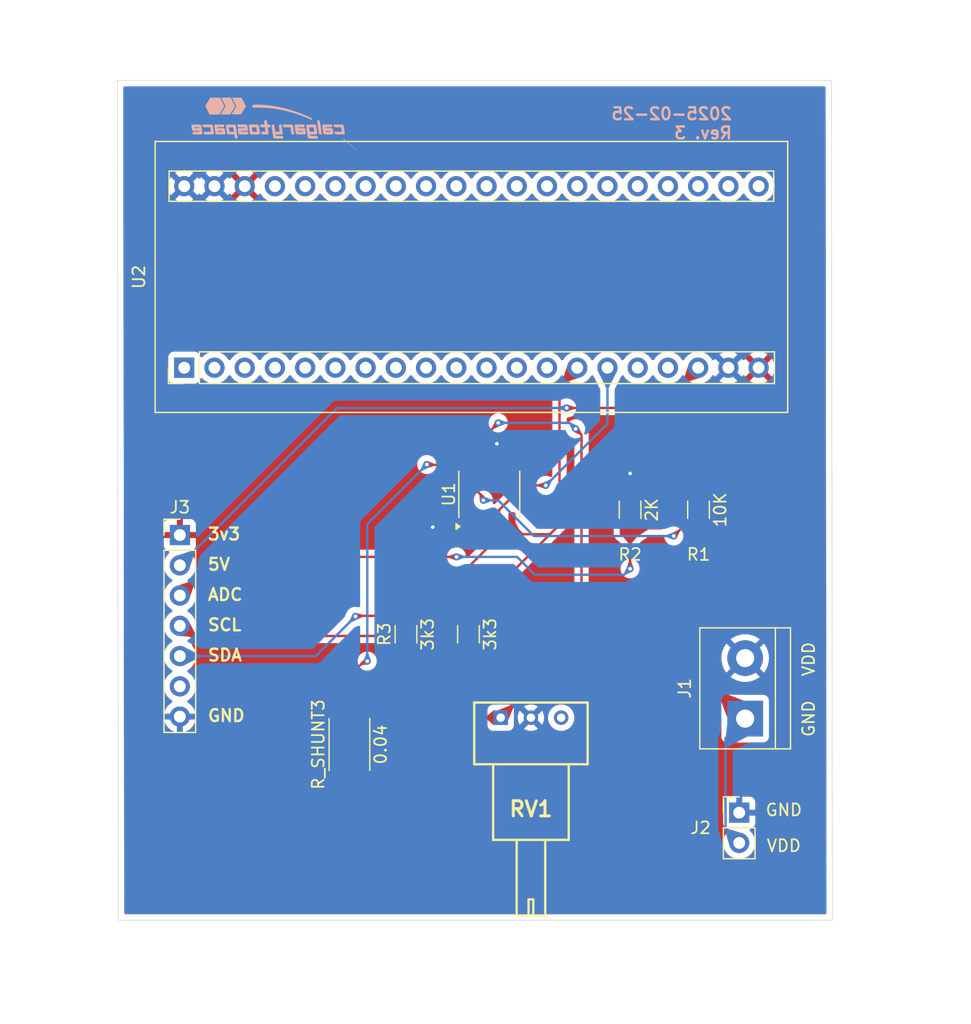
<source format=kicad_pcb>
(kicad_pcb (version 20240108) (generator "pcbnew") (generator_version "8.0")
  (layers (0 "F.Cu" signal) (31 "B.Cu" signal) (34 "B.Paste" user) (35 "F.Paste" user) (36 "B.SilkS" user "B.Silkscreen") (37 "F.SilkS" user "F.Silkscreen") (38 "B.Mask" user) (39 "F.Mask" user) (44 "Edge.Cuts" user))
  (net 0 "")
  (net 1 "GND")
  (net 2 "V_SOLAR_INPUT_POS")
  (net 3 "Net-(U1-IN-)")
  (net 4 "MCU_ADC_SENSE")
  (net 5 "MCU_I2C_SDA")
  (net 6 "MCU_I2C_SCL")
  (net 8 "+3V3")
  (net 9 "+5V")
  (footprint "Resistor_SMD:R_1206_3216Metric_Pad1.30x1.75mm_HandSolder" (layer "F.Cu") (at 121 102.5 90)
    (property "Reference" "R4" (hide yes))
    (property "Value" "3k3" (at 0 1.82 90) (layer "F.SilkS"))
    (pad "1" smd roundrect (at -1.55 0 90) (size 1.3 1.75) (layers "F.Cu" "F.Paste" "F.Mask") (roundrect_rratio 0.192308) (net 8 "+3V3"))
    (pad "2" smd roundrect (at 1.55 0 90) (size 1.3 1.75) (layers "F.Cu" "F.Paste" "F.Mask") (roundrect_rratio 0.192308) (net 6 "MCU_I2C_SCL"))
  )
  (footprint "Potentiometer_Custom:3310C101102L" (layer "F.Cu") (at 123.71 109.5)
    (property "Reference" "RV1" (at 2.54 7.67 0) (layer "F.SilkS") (effects (font (size 1.27 1.27) (thickness 0.254))))
    (property "Value" "R_Potentiometer" (hide yes))
    (pad "1" thru_hole rect (at 0 0) (size 1.217 1.217) (drill 0.71) (layers "*.Cu" "*.Mask") (net 3 "Net-(U1-IN-)"))
    (pad "2" thru_hole circle (at 2.54 0) (size 1.217 1.217) (drill 0.71) (layers "*.Cu" "*.Mask") (net 1 "GND"))
    (pad "3" thru_hole circle (at 5.08 0) (size 1.217 1.217) (drill 0.71) (layers "*.Cu" "*.Mask"))
  )
  (footprint "Package_SO:SOIC-8_3.9x4.9mm_P1.27mm" (layer "F.Cu") (at 122.75 90.75 90)
    (property "Reference" "U1" (at 0 -3.4 90) (layer "F.SilkS"))
    (property "Value" "INA219AxD")
    (pad "1" smd roundrect (at -2.475 -1.905 90) (size 1.95 0.6) (layers "F.Cu" "F.Paste" "F.Mask") (net 1 "GND"))
    (pad "2" smd roundrect (at -2.475 -0.635 90) (size 1.95 0.6) (layers "F.Cu" "F.Paste" "F.Mask") (net 1 "GND"))
    (pad "3" smd roundrect (at -2.475 0.635 90) (size 1.95 0.6) (layers "F.Cu" "F.Paste" "F.Mask") (net 5 "MCU_I2C_SDA"))
    (pad "4" smd roundrect (at -2.475 1.905 90) (size 1.95 0.6) (layers "F.Cu" "F.Paste" "F.Mask") (net 6 "MCU_I2C_SCL"))
    (pad "5" smd roundrect (at 2.475 1.905 90) (size 1.95 0.6) (layers "F.Cu" "F.Paste" "F.Mask") (net 8 "+3V3"))
    (pad "6" smd roundrect (at 2.475 0.635 90) (size 1.95 0.6) (layers "F.Cu" "F.Paste" "F.Mask") (net 1 "GND"))
    (pad "7" smd roundrect (at 2.475 -0.635 90) (size 1.95 0.6) (layers "F.Cu" "F.Paste" "F.Mask") (net 3 "Net-(U1-IN-)"))
    (pad "8" smd roundrect (at 2.475 -1.905 90) (size 1.95 0.6) (layers "F.Cu" "F.Paste" "F.Mask") (net 2 "V_SOLAR_INPUT_POS"))
  )
  (footprint "Resistor_SMD:R_1206_3216Metric_Pad1.30x1.75mm_HandSolder" (layer "F.Cu") (at 134.58 92.05 90)
    (property "Reference" "R2" (at -3.75 0 180) (layer "F.SilkS"))
    (property "Value" "2K" (at 0 1.82 90) (layer "F.SilkS"))
    (pad "1" smd roundrect (at -1.55 0 90) (size 1.3 1.75) (layers "F.Cu" "F.Paste" "F.Mask") (roundrect_rratio 0.192308) (net 4 "MCU_ADC_SENSE"))
    (pad "2" smd roundrect (at 1.55 0 90) (size 1.3 1.75) (layers "F.Cu" "F.Paste" "F.Mask") (roundrect_rratio 0.192308) (net 1 "GND"))
  )
  (footprint "BluePill:YAAJ_BluePill_2" (layer "F.Cu") (at 97.12 80.12 90)
    (property "Reference" "U2" (at 7.62 -3.81 90) (layer "F.SilkS"))
    (property "Value" "YAAJ_BluePill" (hide yes))
    (pad "1" thru_hole rect (at 0 0 90) (size 1.7 1.7) (drill 1) (layers "*.Cu" "*.Mask"))
    (pad "2" thru_hole circle (at 0 2.54 90) (size 1.7 1.7) (drill 1) (layers "*.Cu" "*.Mask"))
    (pad "3" thru_hole circle (at 0 5.08 90) (size 1.7 1.7) (drill 1) (layers "*.Cu" "*.Mask"))
    (pad "4" thru_hole circle (at 0 7.62 90) (size 1.7 1.7) (drill 1) (layers "*.Cu" "*.Mask"))
    (pad "5" thru_hole circle (at 0 10.16 90) (size 1.7 1.7) (drill 1) (layers "*.Cu" "*.Mask"))
    (pad "6" thru_hole circle (at 0 12.7 90) (size 1.7 1.7) (drill 1) (layers "*.Cu" "*.Mask"))
    (pad "7" thru_hole circle (at 0 15.24 90) (size 1.7 1.7) (drill 1) (layers "*.Cu" "*.Mask"))
    (pad "8" thru_hole circle (at 0 17.78 90) (size 1.7 1.7) (drill 1) (layers "*.Cu" "*.Mask"))
    (pad "9" thru_hole circle (at 0 20.32 90) (size 1.7 1.7) (drill 1) (layers "*.Cu" "*.Mask"))
    (pad "10" thru_hole circle (at 0 22.86 90) (size 1.7 1.7) (drill 1) (layers "*.Cu" "*.Mask"))
    (pad "11" thru_hole circle (at 0 25.4 90) (size 1.7 1.7) (drill 1) (layers "*.Cu" "*.Mask"))
    (pad "12" thru_hole circle (at 0 27.94 90) (size 1.7 1.7) (drill 1) (layers "*.Cu" "*.Mask"))
    (pad "13" thru_hole circle (at 0 30.48 90) (size 1.7 1.7) (drill 1) (layers "*.Cu" "*.Mask"))
    (pad "14" thru_hole circle (at 0 33.02 90) (size 1.7 1.7) (drill 1) (layers "*.Cu" "*.Mask") (net 6 "MCU_I2C_SCL"))
    (pad "15" thru_hole circle (at 0 35.56 90) (size 1.7 1.7) (drill 1) (layers "*.Cu" "*.Mask") (net 5 "MCU_I2C_SDA"))
    (pad "16" thru_hole circle (at 0 38.1 90) (size 1.7 1.7) (drill 1) (layers "*.Cu" "*.Mask"))
    (pad "17" thru_hole circle (at 0 40.64 90) (size 1.7 1.7) (drill 1) (layers "*.Cu" "*.Mask"))
    (pad "18" thru_hole circle (at 0 43.18 90) (size 1.7 1.7) (drill 1) (layers "*.Cu" "*.Mask") (net 9 "+5V"))
    (pad "19" thru_hole circle (at 0 45.72 90) (size 1.7 1.7) (drill 1) (layers "*.Cu" "*.Mask") (net 1 "GND"))
    (pad "20" thru_hole circle (at 0 48.26 90) (size 1.7 1.7) (drill 1) (layers "*.Cu" "*.Mask") (net 8 "+3V3"))
    (pad "21" thru_hole circle (at 15.24 48.26 90) (size 1.7 1.7) (drill 1) (layers "*.Cu" "*.Mask"))
    (pad "22" thru_hole circle (at 15.24 45.72 90) (size 1.7 1.7) (drill 1) (layers "*.Cu" "*.Mask"))
    (pad "23" thru_hole circle (at 15.24 43.18 90) (size 1.7 1.7) (drill 1) (layers "*.Cu" "*.Mask"))
    (pad "24" thru_hole circle (at 15.24 40.64 90) (size 1.7 1.7) (drill 1) (layers "*.Cu" "*.Mask"))
    (pad "25" thru_hole circle (at 15.24 38.1 90) (size 1.7 1.7) (drill 1) (layers "*.Cu" "*.Mask"))
    (pad "26" thru_hole circle (at 15.24 35.56 90) (size 1.7 1.7) (drill 1) (layers "*.Cu" "*.Mask"))
    (pad "27" thru_hole circle (at 15.24 33.02 90) (size 1.7 1.7) (drill 1) (layers "*.Cu" "*.Mask"))
    (pad "28" thru_hole circle (at 15.24 30.48 90) (size 1.7 1.7) (drill 1) (layers "*.Cu" "*.Mask"))
    (pad "29" thru_hole circle (at 15.24 27.94 90) (size 1.7 1.7) (drill 1) (layers "*.Cu" "*.Mask"))
    (pad "30" thru_hole circle (at 15.24 25.4 90) (size 1.7 1.7) (drill 1) (layers "*.Cu" "*.Mask"))
    (pad "31" thru_hole circle (at 15.24 22.86 90) (size 1.7 1.7) (drill 1) (layers "*.Cu" "*.Mask"))
    (pad "32" thru_hole circle (at 15.24 20.32 90) (size 1.7 1.7) (drill 1) (layers "*.Cu" "*.Mask"))
    (pad "33" thru_hole circle (at 15.24 17.78 90) (size 1.7 1.7) (drill 1) (layers "*.Cu" "*.Mask"))
    (pad "34" thru_hole circle (at 15.24 15.24 90) (size 1.7 1.7) (drill 1) (layers "*.Cu" "*.Mask"))
    (pad "35" thru_hole circle (at 15.24 12.7 90) (size 1.7 1.7) (drill 1) (layers "*.Cu" "*.Mask"))
    (pad "36" thru_hole circle (at 15.24 10.16 90) (size 1.7 1.7) (drill 1) (layers "*.Cu" "*.Mask"))
    (pad "37" thru_hole circle (at 15.24 7.62 90) (size 1.7 1.7) (drill 1) (layers "*.Cu" "*.Mask"))
    (pad "38" thru_hole circle (at 15.24 5.08 90) (size 1.7 1.7) (drill 1) (layers "*.Cu" "*.Mask") (net 8 "+3V3"))
    (pad "39" thru_hole circle (at 15.24 2.54 90) (size 1.7 1.7) (drill 1) (layers "*.Cu" "*.Mask") (net 1 "GND"))
    (pad "40" thru_hole circle (at 15.24 0 90) (size 1.7 1.7) (drill 1) (layers "*.Cu" "*.Mask") (net 1 "GND"))
  )
  (footprint "TerminalBlock:TerminalBlock_bornier-2_P5.08mm" (layer "F.Cu") (at 144.25 109.58 90)
    (property "Reference" "J1" (at 2.54 -5.08 90) (layer "F.SilkS"))
    (property "Value" "Screw_Terminal_01x02")
    (pad "1" thru_hole rect (at 0 0 90) (size 3 3) (drill 1.52) (layers "*.Cu" "*.Mask") (net 2 "V_SOLAR_INPUT_POS"))
    (pad "2" thru_hole circle (at 5.08 0 90) (size 3 3) (drill 1.52) (layers "*.Cu" "*.Mask") (net 1 "GND"))
  )
  (footprint "Connector_PinHeader_2.54mm:PinHeader_1x07_P2.54mm_Vertical" (layer "F.Cu") (at 96.75 94.17)
    (property "Reference" "J3" (at 0 -2.33 0) (layer "F.SilkS"))
    (property "Value" "Conn_01x07")
    (pad "1" thru_hole rect (at 0 0) (size 1.7 1.7) (drill 1) (layers "*.Cu" "*.Mask") (net 8 "+3V3"))
    (pad "2" thru_hole oval (at 0 2.54) (size 1.7 1.7) (drill 1) (layers "*.Cu" "*.Mask") (net 9 "+5V"))
    (pad "3" thru_hole oval (at 0 5.08) (size 1.7 1.7) (drill 1) (layers "*.Cu" "*.Mask") (net 4 "MCU_ADC_SENSE"))
    (pad "4" thru_hole oval (at 0 7.62) (size 1.7 1.7) (drill 1) (layers "*.Cu" "*.Mask") (net 6 "MCU_I2C_SCL"))
    (pad "5" thru_hole oval (at 0 10.16) (size 1.7 1.7) (drill 1) (layers "*.Cu" "*.Mask") (net 5 "MCU_I2C_SDA"))
    (pad "6" thru_hole oval (at 0 12.7) (size 1.7 1.7) (drill 1) (layers "*.Cu" "*.Mask"))
    (pad "7" thru_hole oval (at 0 15.24) (size 1.7 1.7) (drill 1) (layers "*.Cu" "*.Mask") (net 1 "GND"))
  )
  (footprint "Resistor_SMD:R_1206_3216Metric_Pad1.30x1.75mm_HandSolder" (layer "F.Cu") (at 115.75 102.5 90)
    (property "Reference" "R3" (at 0 -1.82 90) (layer "F.SilkS"))
    (property "Value" "3k3" (at 0 1.82 90) (layer "F.SilkS"))
    (pad "1" smd roundrect (at -1.55 0 90) (size 1.3 1.75) (layers "F.Cu" "F.Paste" "F.Mask") (roundrect_rratio 0.192308) (net 8 "+3V3"))
    (pad "2" smd roundrect (at 1.55 0 90) (size 1.3 1.75) (layers "F.Cu" "F.Paste" "F.Mask") (roundrect_rratio 0.192308) (net 5 "MCU_I2C_SDA"))
  )
  (footprint "Resistor_SMD:R_2512_6332Metric_Pad1.40x3.35mm_HandSolder" (layer "F.Cu") (at 111 111.75 90)
    (property "Reference" "R_SHUNT3" (at 0 -2.62 90) (layer "F.SilkS"))
    (property "Value" "0.04" (at 0 2.62 90) (layer "F.SilkS"))
    (pad "1" smd roundrect (at -3.05 0 90) (size 1.4 3.35) (layers "F.Cu" "F.Paste" "F.Mask") (roundrect_rratio 0.178571) (net 2 "V_SOLAR_INPUT_POS"))
    (pad "2" smd roundrect (at 3.05 0 90) (size 1.4 3.35) (layers "F.Cu" "F.Paste" "F.Mask") (roundrect_rratio 0.178571) (net 3 "Net-(U1-IN-)"))
  )
  (footprint "Resistor_SMD:R_1206_3216Metric_Pad1.30x1.75mm_HandSolder" (layer "F.Cu") (at 140.33 92.05 90)
    (property "Reference" "R1" (at -3.75 0 0) (layer "F.SilkS"))
    (property "Value" "10K" (at 0 1.82 90) (layer "F.SilkS"))
    (pad "1" smd roundrect (at -1.55 0 90) (size 1.3 1.75) (layers "F.Cu" "F.Paste" "F.Mask") (roundrect_rratio 0.192308) (net 2 "V_SOLAR_INPUT_POS"))
    (pad "2" smd roundrect (at 1.55 0 90) (size 1.3 1.75) (layers "F.Cu" "F.Paste" "F.Mask") (roundrect_rratio 0.192308) (net 4 "MCU_ADC_SENSE"))
  )
  (footprint "Connector_PinHeader_2.54mm:PinHeader_1x02_P2.54mm_Vertical" (layer "F.Cu") (at 143.75 117.475)
    (property "Reference" "J2" (at -3.25 1.275 0) (layer "F.SilkS"))
    (property "Value" "Conn_01x02_Pin")
    (pad "1" thru_hole rect (at 0 0) (size 1.7 1.7) (drill 1) (layers "*.Cu" "*.Mask") (net 1 "GND"))
    (pad "2" thru_hole oval (at 0 2.54) (size 1.7 1.7) (drill 1) (layers "*.Cu" "*.Mask") (net 2 "V_SOLAR_INPUT_POS"))
  )
  (footprint "LOGO" (layer "B.Cu") (at 104.75 59.5 180)
    (property "Reference" "G***" (hide yes))
    (property "Value" "LOGO" (hide yes))
  )
  (gr_line (start 91.58 126.5) (end 91.5 56) (stroke (width 0.05)) (layer "Edge.Cuts"))
  (gr_line (start 151.5 56) (end 151.58 126.5) (stroke (width 0.05)) (layer "Edge.Cuts"))
  (gr_line (start 91.5 56) (end 151.5 56) (stroke (width 0.05)) (layer "Edge.Cuts"))
  (gr_line (start 151.58 126.5) (end 91.58 126.5) (stroke (width 0.05)) (layer "Edge.Cuts"))
  (gr_text "2025-02-25\nRev. 3\n" (at 143.25 61 0) (layer "B.SilkS") (effects (font (size 1 1) (thickness 0.2) (bold yes)) (justify left bottom mirror)))
  (gr_text "5V\n" (at 99 96.63 0) (layer "F.SilkS") (effects (font (size 1 1) (thickness 0.2) (bold yes)) (justify left)))
  (gr_text "GND" (at 147.5 117.25 0) (layer "F.SilkS") (effects (font (size 1 1))))
  (gr_text "SDA\n" (at 99 104.25 0) (layer "F.SilkS") (effects (font (size 1 1) (thickness 0.2) (bold yes)) (justify left)))
  (gr_text "VDD" (at 147.5 120.25 0) (layer "F.SilkS") (effects (font (size 1 1))))
  (gr_text "3v3" (at 99 94.09 0) (layer "F.SilkS") (effects (font (size 1 1) (thickness 0.2) (bold yes)) (justify left)))
  (gr_text "VDD" (at 149.58 104.58 90) (layer "F.SilkS") (effects (font (size 1 1))))
  (gr_text "SCL\n" (at 99 101.71 0) (layer "F.SilkS") (effects (font (size 1 1) (thickness 0.2) (bold yes)) (justify left)))
  (gr_text "ADC\n" (at 99 99.17 0) (layer "F.SilkS") (effects (font (size 1 1) (thickness 0.2) (bold yes)) (justify left)))
  (gr_text "GND" (at 149.58 109.58 90) (layer "F.SilkS") (effects (font (size 1 1))))
  (gr_text "GND" (at 99 109.33 0) (layer "F.SilkS") (effects (font (size 1 1) (thickness 0.2) (bold yes)) (justify left)))
  (segment (start 123.385 86.5) (end 123.385 88.275) (width 0.2) (layer "F.Cu") (net 1))
  (segment (start 118.275 93.225) (end 118 93.5) (width 0.2) (layer "F.Cu") (net 1))
  (segment (start 134.58 90.5) (end 134.58 89) (width 0.2) (layer "F.Cu") (net 1))
  (segment (start 122.115 93.225) (end 120.845 93.225) (width 0.2) (layer "F.Cu") (net 1))
  (segment (start 120.845 93.225) (end 118.275 93.225) (width 0.2) (layer "F.Cu") (net 1))
  (via (at 123.385 86.5) (size 0.6) (drill 0.3) (layers "F.Cu" "B.Cu") (net 1))
  (via (at 134.58 89) (size 0.6) (drill 0.3) (layers "F.Cu" "B.Cu") (net 1))
  (via (at 118 93.5) (size 0.6) (drill 0.3) (layers "F.Cu" "B.Cu") (net 1))
  (segment (start 112.5 104.75) (end 112.25 104.75) (width 0.2) (layer "F.Cu") (net 2))
  (segment (start 140.33 93.6) (end 138.9 93.6) (width 0.2) (layer "F.Cu") (net 2))
  (segment (start 117.525 88.275) (end 117.5 88.25) (width 0.2) (layer "F.Cu") (net 2))
  (segment (start 122.25 91.25) (end 122.25 91) (width 0.2) (layer "F.Cu") (net 2))
  (segment (start 109.025 107.975) (end 109.025 112.825) (width 0.2) (layer "F.Cu") (net 2))
  (segment (start 140.33 105.66) (end 140.33 93.6) (width 0.2) (layer "F.Cu") (net 2))
  (segment (start 122.25 91) (end 120.845 89.595) (width 0.2) (layer "F.Cu") (net 2))
  (segment (start 138.9 93.6) (end 138.25 94.25) (width 0.2) (layer "F.Cu") (net 2))
  (segment (start 144.25 109.58) (end 140.33 105.66) (width 0.2) (layer "F.Cu") (net 2))
  (segment (start 109.025 112.825) (end 111 114.8) (width 0.2) (layer "F.Cu") (net 2))
  (segment (start 112.25 104.75) (end 109.025 107.975) (width 0.2) (layer "F.Cu") (net 2))
  (segment (start 120.845 89.595) (end 120.845 88.275) (width 0.2) (layer "F.Cu") (net 2))
  (segment (start 120.845 88.275) (end 117.525 88.275) (width 0.2) (layer "F.Cu") (net 2))
  (via (at 117.5 88.25) (size 0.6) (drill 0.3) (layers "F.Cu" "B.Cu") (net 2))
  (via (at 112.5 104.75) (size 0.6) (drill 0.3) (layers "F.Cu" "B.Cu") (net 2))
  (via (at 122.25 91.25) (size 0.6) (drill 0.3) (layers "F.Cu" "B.Cu") (net 2))
  (via (at 138.25 94.25) (size 0.6) (drill 0.3) (layers "F.Cu" "B.Cu") (net 2))
  (segment (start 144.25 109.58) (end 142.6 111.23) (width 0.2) (layer "B.Cu") (net 2))
  (segment (start 112.5 104.75) (end 112.5 93.25) (width 0.2) (layer "B.Cu") (net 2))
  (segment (start 142.6 118.865) (end 143.75 120.015) (width 0.2) (layer "B.Cu") (net 2))
  (segment (start 142.6 111.23) (end 142.6 118.865) (width 0.2) (layer "B.Cu") (net 2))
  (segment (start 126.5 94.25) (end 138.25 94.25) (width 0.2) (layer "B.Cu") (net 2))
  (segment (start 122.25 91.25) (end 123.5 91.25) (width 0.2) (layer "B.Cu") (net 2))
  (segment (start 112.5 93.25) (end 117.5 88.25) (width 0.2) (layer "B.Cu") (net 2))
  (segment (start 123.5 91.25) (end 126.5 94.25) (width 0.2) (layer "B.Cu") (net 2))
  (segment (start 130 85.25) (end 130.5 85.75) (width 0.2) (layer "F.Cu") (net 3))
  (segment (start 130.5 102.71) (end 123.71 109.5) (width 0.2) (layer "F.Cu") (net 3))
  (segment (start 122.115 86.135) (end 122.115 88.275) (width 0.2) (layer "F.Cu") (net 3))
  (segment (start 123.71 109.5) (end 111.8 109.5) (width 0.2) (layer "F.Cu") (net 3))
  (segment (start 111.8 109.5) (end 111 108.7) (width 0.2) (layer "F.Cu") (net 3))
  (segment (start 123.5 84.75) (end 122.115 86.135) (width 0.2) (layer "F.Cu") (net 3))
  (segment (start 130.5 85.75) (end 130.5 102.71) (width 0.2) (layer "F.Cu") (net 3))
  (via (at 123.5 84.75) (size 0.6) (drill 0.3) (layers "F.Cu" "B.Cu") (net 3))
  (via (at 130 85.25) (size 0.6) (drill 0.3) (layers "F.Cu" "B.Cu") (net 3))
  (segment (start 123.5 84.75) (end 129.5 84.75) (width 0.2) (layer "B.Cu") (net 3))
  (segment (start 129.5 84.75) (end 130 85.25) (width 0.2) (layer "B.Cu") (net 3))
  (segment (start 134.58 97) (end 134.58 93.6) (width 0.2) (layer "F.Cu") (net 4))
  (segment (start 137.23 93.6) (end 140.33 90.5) (width 0.2) (layer "F.Cu") (net 4))
  (segment (start 100 96) (end 96.75 99.25) (width 0.2) (layer "F.Cu") (net 4))
  (segment (start 134.58 93.6) (end 137.23 93.6) (width 0.2) (layer "F.Cu") (net 4))
  (segment (start 120 96) (end 100 96) (width 0.2) (layer "F.Cu") (net 4))
  (via (at 120 96) (size 0.6) (drill 0.3) (layers "F.Cu" "B.Cu") (net 4))
  (via (at 134.58 97) (size 0.6) (drill 0.3) (layers "F.Cu" "B.Cu") (net 4))
  (segment (start 126.58 97.5) (end 134.08 97.5) (width 0.2) (layer "B.Cu") (net 4))
  (segment (start 120 96) (end 125.08 96) (width 0.2) (layer "B.Cu") (net 4))
  (segment (start 134.08 97.5) (end 134.58 97) (width 0.2) (layer "B.Cu") (net 4))
  (segment (start 125.08 96) (end 126.58 97.5) (width 0.2) (layer "B.Cu") (net 4))
  (segment (start 111.5 101) (end 111.55 100.95) (width 0.2) (layer "F.Cu") (net 5))
  (segment (start 123.385 93.225) (end 123.385 94.463529) (width 0.2) (layer "F.Cu") (net 5))
  (segment (start 116.898529 100.95) (end 115.75 100.95) (width 0.2) (layer "F.Cu") (net 5))
  (segment (start 123.385 93.225) (end 123.385 92.250001) (width 0.2) (layer "F.Cu") (net 5))
  (segment (start 123.385 92.250001) (end 125.635001 90) (width 0.2) (layer "F.Cu") (net 5))
  (segment (start 111.55 100.95) (end 115.75 100.95) (width 0.2) (layer "F.Cu") (net 5))
  (segment (start 125.635001 90) (end 127.5 90) (width 0.2) (layer "F.Cu") (net 5))
  (segment (start 123.385 94.463529) (end 116.898529 100.95) (width 0.2) (layer "F.Cu") (net 5))
  (via (at 111.5 101) (size 0.6) (drill 0.3) (layers "F.Cu" "B.Cu") (net 5))
  (via (at 127.5 90) (size 0.6) (drill 0.3) (layers "F.Cu" "B.Cu") (net 5))
  (segment (start 132.68 80.12) (end 132.68 84.82) (width 0.2) (layer "B.Cu") (net 5))
  (segment (start 132.68 84.82) (end 127.5 90) (width 0.2) (layer "B.Cu") (net 5))
  (segment (start 96.75 104.33) (end 108.17 104.33) (width 0.2) (layer "B.Cu") (net 5))
  (segment (start 108.17 104.33) (end 111.5 101) (width 0.2) (layer "B.Cu") (net 5))
  (segment (start 97.6 102.64) (end 119.31 102.64) (width 0.2) (layer "F.Cu") (net 6))
  (segment (start 127.85 94.1) (end 128.65 93.3) (width 0.2) (layer "F.Cu") (net 6))
  (segment (start 128.65 93.3) (end 128.65 81.61) (width 0.2) (layer "F.Cu") (net 6))
  (segment (start 124.655 93.225) (end 125.53 94.1) (width 0.2) (layer "F.Cu") (net 6))
  (segment (start 119.31 102.64) (end 121 100.95) (width 0.2) (layer "F.Cu") (net 6))
  (segment (start 121 100.95) (end 127.85 94.1) (width 0.2) (layer "F.Cu") (net 6))
  (segment (start 128.65 81.61) (end 130.14 80.12) (width 0.2) (layer "F.Cu") (net 6))
  (segment (start 125.53 94.1) (end 127.85 94.1) (width 0.2) (layer "F.Cu") (net 6))
  (segment (start 96.75 101.79) (end 97.6 102.64) (width 0.2) (layer "F.Cu") (net 6))
  (segment (start 136.92 83.5) (end 140.62 79.8) (width 0.2) (layer "F.Cu") (net 9))
  (segment (start 129.25 83.5) (end 136.92 83.5) (width 0.2) (layer "F.Cu") (net 9))
  (via (at 129.25 83.5) (size 0.6) (drill 0.3) (layers "F.Cu" "B.Cu") (net 9))
  (segment (start 129.25 83.5) (end 109.96 83.5) (width 0.2) (layer "B.Cu") (net 9))
  (segment (start 109.96 83.5) (end 96.75 96.71) (width 0.2) (layer "B.Cu") (net 9))
  (zone (net 8) (net_name "+3V3") (layer "F.Cu") (connect_pads (clearance 0.5)) (min_thickness 0.25) (fill yes (thermal_gap 0.5) (thermal_bridge_width 0.5))
    (polygon (pts (xy 86 53.75) (xy 85.139922 130.99682) (xy 158.139922 131.74682) (xy 158.389922 55)))
  )
  (zone (net 1) (net_name "GND") (layer "B.Cu") (priority 1) (connect_pads (clearance 0.5)) (min_thickness 0.25) (fill yes (thermal_gap 0.5) (thermal_bridge_width 0.5))
    (polygon (pts (xy 82.5 50.25) (xy 81.639922 134.24682) (xy 163.139922 135.24682) (xy 163.25 49.25)))
  )
)
</source>
